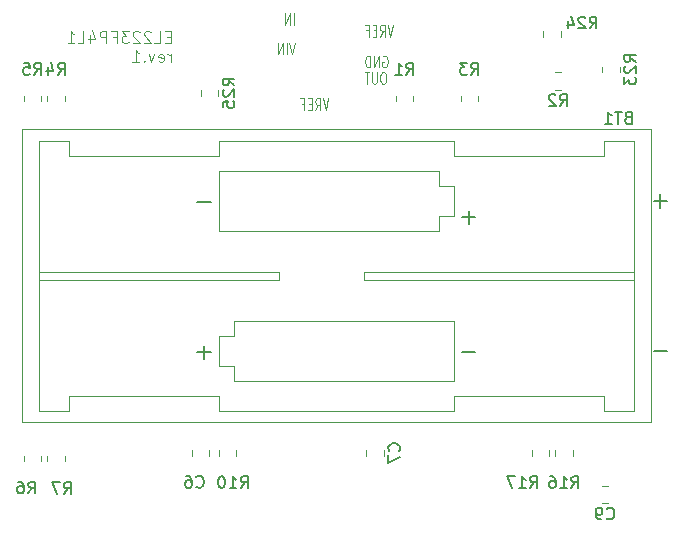
<source format=gbr>
%TF.GenerationSoftware,KiCad,Pcbnew,9.0.0*%
%TF.CreationDate,2025-05-15T12:38:11-07:00*%
%TF.ProjectId,ece223_project,65636532-3233-45f7-9072-6f6a6563742e,rev?*%
%TF.SameCoordinates,Original*%
%TF.FileFunction,Legend,Bot*%
%TF.FilePolarity,Positive*%
%FSLAX46Y46*%
G04 Gerber Fmt 4.6, Leading zero omitted, Abs format (unit mm)*
G04 Created by KiCad (PCBNEW 9.0.0) date 2025-05-15 12:38:11*
%MOMM*%
%LPD*%
G01*
G04 APERTURE LIST*
%ADD10C,0.100000*%
%ADD11C,0.150000*%
%ADD12C,0.120000*%
G04 APERTURE END LIST*
D10*
X56557993Y-32466558D02*
X56324660Y-33466558D01*
X56324660Y-33466558D02*
X56091326Y-32466558D01*
X55457993Y-33466558D02*
X55691326Y-32990367D01*
X55857993Y-33466558D02*
X55857993Y-32466558D01*
X55857993Y-32466558D02*
X55591326Y-32466558D01*
X55591326Y-32466558D02*
X55524660Y-32514177D01*
X55524660Y-32514177D02*
X55491326Y-32561796D01*
X55491326Y-32561796D02*
X55457993Y-32657034D01*
X55457993Y-32657034D02*
X55457993Y-32799891D01*
X55457993Y-32799891D02*
X55491326Y-32895129D01*
X55491326Y-32895129D02*
X55524660Y-32942748D01*
X55524660Y-32942748D02*
X55591326Y-32990367D01*
X55591326Y-32990367D02*
X55857993Y-32990367D01*
X55157993Y-32942748D02*
X54924660Y-32942748D01*
X54824660Y-33466558D02*
X55157993Y-33466558D01*
X55157993Y-33466558D02*
X55157993Y-32466558D01*
X55157993Y-32466558D02*
X54824660Y-32466558D01*
X54291327Y-32942748D02*
X54524660Y-32942748D01*
X54524660Y-33466558D02*
X54524660Y-32466558D01*
X54524660Y-32466558D02*
X54191327Y-32466558D01*
X62035428Y-26233528D02*
X61802095Y-27233528D01*
X61802095Y-27233528D02*
X61568761Y-26233528D01*
X60935428Y-27233528D02*
X61168761Y-26757337D01*
X61335428Y-27233528D02*
X61335428Y-26233528D01*
X61335428Y-26233528D02*
X61068761Y-26233528D01*
X61068761Y-26233528D02*
X61002095Y-26281147D01*
X61002095Y-26281147D02*
X60968761Y-26328766D01*
X60968761Y-26328766D02*
X60935428Y-26424004D01*
X60935428Y-26424004D02*
X60935428Y-26566861D01*
X60935428Y-26566861D02*
X60968761Y-26662099D01*
X60968761Y-26662099D02*
X61002095Y-26709718D01*
X61002095Y-26709718D02*
X61068761Y-26757337D01*
X61068761Y-26757337D02*
X61335428Y-26757337D01*
X60635428Y-26709718D02*
X60402095Y-26709718D01*
X60302095Y-27233528D02*
X60635428Y-27233528D01*
X60635428Y-27233528D02*
X60635428Y-26233528D01*
X60635428Y-26233528D02*
X60302095Y-26233528D01*
X59768762Y-26709718D02*
X60002095Y-26709718D01*
X60002095Y-27233528D02*
X60002095Y-26233528D01*
X60002095Y-26233528D02*
X59668762Y-26233528D01*
X61168761Y-28881147D02*
X61235428Y-28833528D01*
X61235428Y-28833528D02*
X61335428Y-28833528D01*
X61335428Y-28833528D02*
X61435428Y-28881147D01*
X61435428Y-28881147D02*
X61502095Y-28976385D01*
X61502095Y-28976385D02*
X61535428Y-29071623D01*
X61535428Y-29071623D02*
X61568761Y-29262099D01*
X61568761Y-29262099D02*
X61568761Y-29404956D01*
X61568761Y-29404956D02*
X61535428Y-29595432D01*
X61535428Y-29595432D02*
X61502095Y-29690670D01*
X61502095Y-29690670D02*
X61435428Y-29785909D01*
X61435428Y-29785909D02*
X61335428Y-29833528D01*
X61335428Y-29833528D02*
X61268761Y-29833528D01*
X61268761Y-29833528D02*
X61168761Y-29785909D01*
X61168761Y-29785909D02*
X61135428Y-29738289D01*
X61135428Y-29738289D02*
X61135428Y-29404956D01*
X61135428Y-29404956D02*
X61268761Y-29404956D01*
X60835428Y-29833528D02*
X60835428Y-28833528D01*
X60835428Y-28833528D02*
X60435428Y-29833528D01*
X60435428Y-29833528D02*
X60435428Y-28833528D01*
X60102095Y-29833528D02*
X60102095Y-28833528D01*
X60102095Y-28833528D02*
X59935428Y-28833528D01*
X59935428Y-28833528D02*
X59835428Y-28881147D01*
X59835428Y-28881147D02*
X59768762Y-28976385D01*
X59768762Y-28976385D02*
X59735428Y-29071623D01*
X59735428Y-29071623D02*
X59702095Y-29262099D01*
X59702095Y-29262099D02*
X59702095Y-29404956D01*
X59702095Y-29404956D02*
X59735428Y-29595432D01*
X59735428Y-29595432D02*
X59768762Y-29690670D01*
X59768762Y-29690670D02*
X59835428Y-29785909D01*
X59835428Y-29785909D02*
X59935428Y-29833528D01*
X59935428Y-29833528D02*
X60102095Y-29833528D01*
X53725538Y-27733528D02*
X53492205Y-28733528D01*
X53492205Y-28733528D02*
X53258871Y-27733528D01*
X53025538Y-28733528D02*
X53025538Y-27733528D01*
X52692205Y-28733528D02*
X52692205Y-27733528D01*
X52692205Y-27733528D02*
X52292205Y-28733528D01*
X52292205Y-28733528D02*
X52292205Y-27733528D01*
X61268761Y-30233527D02*
X61135427Y-30233527D01*
X61135427Y-30233527D02*
X61068761Y-30281146D01*
X61068761Y-30281146D02*
X61002094Y-30376384D01*
X61002094Y-30376384D02*
X60968761Y-30566860D01*
X60968761Y-30566860D02*
X60968761Y-30900193D01*
X60968761Y-30900193D02*
X61002094Y-31090669D01*
X61002094Y-31090669D02*
X61068761Y-31185908D01*
X61068761Y-31185908D02*
X61135427Y-31233527D01*
X61135427Y-31233527D02*
X61268761Y-31233527D01*
X61268761Y-31233527D02*
X61335427Y-31185908D01*
X61335427Y-31185908D02*
X61402094Y-31090669D01*
X61402094Y-31090669D02*
X61435427Y-30900193D01*
X61435427Y-30900193D02*
X61435427Y-30566860D01*
X61435427Y-30566860D02*
X61402094Y-30376384D01*
X61402094Y-30376384D02*
X61335427Y-30281146D01*
X61335427Y-30281146D02*
X61268761Y-30233527D01*
X60668761Y-30233527D02*
X60668761Y-31043050D01*
X60668761Y-31043050D02*
X60635428Y-31138288D01*
X60635428Y-31138288D02*
X60602094Y-31185908D01*
X60602094Y-31185908D02*
X60535428Y-31233527D01*
X60535428Y-31233527D02*
X60402094Y-31233527D01*
X60402094Y-31233527D02*
X60335428Y-31185908D01*
X60335428Y-31185908D02*
X60302094Y-31138288D01*
X60302094Y-31138288D02*
X60268761Y-31043050D01*
X60268761Y-31043050D02*
X60268761Y-30233527D01*
X60035428Y-30233527D02*
X59635428Y-30233527D01*
X59835428Y-31233527D02*
X59835428Y-30233527D01*
X43196115Y-27238665D02*
X42862782Y-27238665D01*
X42719925Y-27762475D02*
X43196115Y-27762475D01*
X43196115Y-27762475D02*
X43196115Y-26762475D01*
X43196115Y-26762475D02*
X42719925Y-26762475D01*
X41815163Y-27762475D02*
X42291353Y-27762475D01*
X42291353Y-27762475D02*
X42291353Y-26762475D01*
X41529448Y-26857713D02*
X41481829Y-26810094D01*
X41481829Y-26810094D02*
X41386591Y-26762475D01*
X41386591Y-26762475D02*
X41148496Y-26762475D01*
X41148496Y-26762475D02*
X41053258Y-26810094D01*
X41053258Y-26810094D02*
X41005639Y-26857713D01*
X41005639Y-26857713D02*
X40958020Y-26952951D01*
X40958020Y-26952951D02*
X40958020Y-27048189D01*
X40958020Y-27048189D02*
X41005639Y-27191046D01*
X41005639Y-27191046D02*
X41577067Y-27762475D01*
X41577067Y-27762475D02*
X40958020Y-27762475D01*
X40577067Y-26857713D02*
X40529448Y-26810094D01*
X40529448Y-26810094D02*
X40434210Y-26762475D01*
X40434210Y-26762475D02*
X40196115Y-26762475D01*
X40196115Y-26762475D02*
X40100877Y-26810094D01*
X40100877Y-26810094D02*
X40053258Y-26857713D01*
X40053258Y-26857713D02*
X40005639Y-26952951D01*
X40005639Y-26952951D02*
X40005639Y-27048189D01*
X40005639Y-27048189D02*
X40053258Y-27191046D01*
X40053258Y-27191046D02*
X40624686Y-27762475D01*
X40624686Y-27762475D02*
X40005639Y-27762475D01*
X39672305Y-26762475D02*
X39053258Y-26762475D01*
X39053258Y-26762475D02*
X39386591Y-27143427D01*
X39386591Y-27143427D02*
X39243734Y-27143427D01*
X39243734Y-27143427D02*
X39148496Y-27191046D01*
X39148496Y-27191046D02*
X39100877Y-27238665D01*
X39100877Y-27238665D02*
X39053258Y-27333903D01*
X39053258Y-27333903D02*
X39053258Y-27571998D01*
X39053258Y-27571998D02*
X39100877Y-27667236D01*
X39100877Y-27667236D02*
X39148496Y-27714856D01*
X39148496Y-27714856D02*
X39243734Y-27762475D01*
X39243734Y-27762475D02*
X39529448Y-27762475D01*
X39529448Y-27762475D02*
X39624686Y-27714856D01*
X39624686Y-27714856D02*
X39672305Y-27667236D01*
X38291353Y-27238665D02*
X38624686Y-27238665D01*
X38624686Y-27762475D02*
X38624686Y-26762475D01*
X38624686Y-26762475D02*
X38148496Y-26762475D01*
X37767543Y-27762475D02*
X37767543Y-26762475D01*
X37767543Y-26762475D02*
X37386591Y-26762475D01*
X37386591Y-26762475D02*
X37291353Y-26810094D01*
X37291353Y-26810094D02*
X37243734Y-26857713D01*
X37243734Y-26857713D02*
X37196115Y-26952951D01*
X37196115Y-26952951D02*
X37196115Y-27095808D01*
X37196115Y-27095808D02*
X37243734Y-27191046D01*
X37243734Y-27191046D02*
X37291353Y-27238665D01*
X37291353Y-27238665D02*
X37386591Y-27286284D01*
X37386591Y-27286284D02*
X37767543Y-27286284D01*
X36338972Y-27095808D02*
X36338972Y-27762475D01*
X36577067Y-26714856D02*
X36815162Y-27429141D01*
X36815162Y-27429141D02*
X36196115Y-27429141D01*
X35338972Y-27762475D02*
X35815162Y-27762475D01*
X35815162Y-27762475D02*
X35815162Y-26762475D01*
X34481829Y-27762475D02*
X35053257Y-27762475D01*
X34767543Y-27762475D02*
X34767543Y-26762475D01*
X34767543Y-26762475D02*
X34862781Y-26905332D01*
X34862781Y-26905332D02*
X34958019Y-27000570D01*
X34958019Y-27000570D02*
X35053257Y-27048189D01*
X43196115Y-29372419D02*
X43196115Y-28705752D01*
X43196115Y-28896228D02*
X43148496Y-28800990D01*
X43148496Y-28800990D02*
X43100877Y-28753371D01*
X43100877Y-28753371D02*
X43005639Y-28705752D01*
X43005639Y-28705752D02*
X42910401Y-28705752D01*
X42196115Y-29324800D02*
X42291353Y-29372419D01*
X42291353Y-29372419D02*
X42481829Y-29372419D01*
X42481829Y-29372419D02*
X42577067Y-29324800D01*
X42577067Y-29324800D02*
X42624686Y-29229561D01*
X42624686Y-29229561D02*
X42624686Y-28848609D01*
X42624686Y-28848609D02*
X42577067Y-28753371D01*
X42577067Y-28753371D02*
X42481829Y-28705752D01*
X42481829Y-28705752D02*
X42291353Y-28705752D01*
X42291353Y-28705752D02*
X42196115Y-28753371D01*
X42196115Y-28753371D02*
X42148496Y-28848609D01*
X42148496Y-28848609D02*
X42148496Y-28943847D01*
X42148496Y-28943847D02*
X42624686Y-29039085D01*
X41815162Y-28705752D02*
X41577067Y-29372419D01*
X41577067Y-29372419D02*
X41338972Y-28705752D01*
X40958019Y-29277180D02*
X40910400Y-29324800D01*
X40910400Y-29324800D02*
X40958019Y-29372419D01*
X40958019Y-29372419D02*
X41005638Y-29324800D01*
X41005638Y-29324800D02*
X40958019Y-29277180D01*
X40958019Y-29277180D02*
X40958019Y-29372419D01*
X39958020Y-29372419D02*
X40529448Y-29372419D01*
X40243734Y-29372419D02*
X40243734Y-28372419D01*
X40243734Y-28372419D02*
X40338972Y-28515276D01*
X40338972Y-28515276D02*
X40434210Y-28610514D01*
X40434210Y-28610514D02*
X40529448Y-28658133D01*
X53625538Y-26233528D02*
X53625538Y-25233528D01*
X53292205Y-26233528D02*
X53292205Y-25233528D01*
X53292205Y-25233528D02*
X52892205Y-26233528D01*
X52892205Y-26233528D02*
X52892205Y-25233528D01*
D11*
X34166666Y-65954819D02*
X34499999Y-65478628D01*
X34738094Y-65954819D02*
X34738094Y-64954819D01*
X34738094Y-64954819D02*
X34357142Y-64954819D01*
X34357142Y-64954819D02*
X34261904Y-65002438D01*
X34261904Y-65002438D02*
X34214285Y-65050057D01*
X34214285Y-65050057D02*
X34166666Y-65145295D01*
X34166666Y-65145295D02*
X34166666Y-65288152D01*
X34166666Y-65288152D02*
X34214285Y-65383390D01*
X34214285Y-65383390D02*
X34261904Y-65431009D01*
X34261904Y-65431009D02*
X34357142Y-65478628D01*
X34357142Y-65478628D02*
X34738094Y-65478628D01*
X33833332Y-64954819D02*
X33166666Y-64954819D01*
X33166666Y-64954819D02*
X33595237Y-65954819D01*
X76166666Y-33104819D02*
X76499999Y-32628628D01*
X76738094Y-33104819D02*
X76738094Y-32104819D01*
X76738094Y-32104819D02*
X76357142Y-32104819D01*
X76357142Y-32104819D02*
X76261904Y-32152438D01*
X76261904Y-32152438D02*
X76214285Y-32200057D01*
X76214285Y-32200057D02*
X76166666Y-32295295D01*
X76166666Y-32295295D02*
X76166666Y-32438152D01*
X76166666Y-32438152D02*
X76214285Y-32533390D01*
X76214285Y-32533390D02*
X76261904Y-32581009D01*
X76261904Y-32581009D02*
X76357142Y-32628628D01*
X76357142Y-32628628D02*
X76738094Y-32628628D01*
X75785713Y-32200057D02*
X75738094Y-32152438D01*
X75738094Y-32152438D02*
X75642856Y-32104819D01*
X75642856Y-32104819D02*
X75404761Y-32104819D01*
X75404761Y-32104819D02*
X75309523Y-32152438D01*
X75309523Y-32152438D02*
X75261904Y-32200057D01*
X75261904Y-32200057D02*
X75214285Y-32295295D01*
X75214285Y-32295295D02*
X75214285Y-32390533D01*
X75214285Y-32390533D02*
X75261904Y-32533390D01*
X75261904Y-32533390D02*
X75833332Y-33104819D01*
X75833332Y-33104819D02*
X75214285Y-33104819D01*
X68666666Y-30454819D02*
X68999999Y-29978628D01*
X69238094Y-30454819D02*
X69238094Y-29454819D01*
X69238094Y-29454819D02*
X68857142Y-29454819D01*
X68857142Y-29454819D02*
X68761904Y-29502438D01*
X68761904Y-29502438D02*
X68714285Y-29550057D01*
X68714285Y-29550057D02*
X68666666Y-29645295D01*
X68666666Y-29645295D02*
X68666666Y-29788152D01*
X68666666Y-29788152D02*
X68714285Y-29883390D01*
X68714285Y-29883390D02*
X68761904Y-29931009D01*
X68761904Y-29931009D02*
X68857142Y-29978628D01*
X68857142Y-29978628D02*
X69238094Y-29978628D01*
X68333332Y-29454819D02*
X67714285Y-29454819D01*
X67714285Y-29454819D02*
X68047618Y-29835771D01*
X68047618Y-29835771D02*
X67904761Y-29835771D01*
X67904761Y-29835771D02*
X67809523Y-29883390D01*
X67809523Y-29883390D02*
X67761904Y-29931009D01*
X67761904Y-29931009D02*
X67714285Y-30026247D01*
X67714285Y-30026247D02*
X67714285Y-30264342D01*
X67714285Y-30264342D02*
X67761904Y-30359580D01*
X67761904Y-30359580D02*
X67809523Y-30407200D01*
X67809523Y-30407200D02*
X67904761Y-30454819D01*
X67904761Y-30454819D02*
X68190475Y-30454819D01*
X68190475Y-30454819D02*
X68285713Y-30407200D01*
X68285713Y-30407200D02*
X68333332Y-30359580D01*
X63166666Y-30454819D02*
X63499999Y-29978628D01*
X63738094Y-30454819D02*
X63738094Y-29454819D01*
X63738094Y-29454819D02*
X63357142Y-29454819D01*
X63357142Y-29454819D02*
X63261904Y-29502438D01*
X63261904Y-29502438D02*
X63214285Y-29550057D01*
X63214285Y-29550057D02*
X63166666Y-29645295D01*
X63166666Y-29645295D02*
X63166666Y-29788152D01*
X63166666Y-29788152D02*
X63214285Y-29883390D01*
X63214285Y-29883390D02*
X63261904Y-29931009D01*
X63261904Y-29931009D02*
X63357142Y-29978628D01*
X63357142Y-29978628D02*
X63738094Y-29978628D01*
X62214285Y-30454819D02*
X62785713Y-30454819D01*
X62499999Y-30454819D02*
X62499999Y-29454819D01*
X62499999Y-29454819D02*
X62595237Y-29597676D01*
X62595237Y-29597676D02*
X62690475Y-29692914D01*
X62690475Y-29692914D02*
X62785713Y-29740533D01*
X31166666Y-65904819D02*
X31499999Y-65428628D01*
X31738094Y-65904819D02*
X31738094Y-64904819D01*
X31738094Y-64904819D02*
X31357142Y-64904819D01*
X31357142Y-64904819D02*
X31261904Y-64952438D01*
X31261904Y-64952438D02*
X31214285Y-65000057D01*
X31214285Y-65000057D02*
X31166666Y-65095295D01*
X31166666Y-65095295D02*
X31166666Y-65238152D01*
X31166666Y-65238152D02*
X31214285Y-65333390D01*
X31214285Y-65333390D02*
X31261904Y-65381009D01*
X31261904Y-65381009D02*
X31357142Y-65428628D01*
X31357142Y-65428628D02*
X31738094Y-65428628D01*
X30309523Y-64904819D02*
X30499999Y-64904819D01*
X30499999Y-64904819D02*
X30595237Y-64952438D01*
X30595237Y-64952438D02*
X30642856Y-65000057D01*
X30642856Y-65000057D02*
X30738094Y-65142914D01*
X30738094Y-65142914D02*
X30785713Y-65333390D01*
X30785713Y-65333390D02*
X30785713Y-65714342D01*
X30785713Y-65714342D02*
X30738094Y-65809580D01*
X30738094Y-65809580D02*
X30690475Y-65857200D01*
X30690475Y-65857200D02*
X30595237Y-65904819D01*
X30595237Y-65904819D02*
X30404761Y-65904819D01*
X30404761Y-65904819D02*
X30309523Y-65857200D01*
X30309523Y-65857200D02*
X30261904Y-65809580D01*
X30261904Y-65809580D02*
X30214285Y-65714342D01*
X30214285Y-65714342D02*
X30214285Y-65476247D01*
X30214285Y-65476247D02*
X30261904Y-65381009D01*
X30261904Y-65381009D02*
X30309523Y-65333390D01*
X30309523Y-65333390D02*
X30404761Y-65285771D01*
X30404761Y-65285771D02*
X30595237Y-65285771D01*
X30595237Y-65285771D02*
X30690475Y-65333390D01*
X30690475Y-65333390D02*
X30738094Y-65381009D01*
X30738094Y-65381009D02*
X30785713Y-65476247D01*
X62539580Y-62295833D02*
X62587200Y-62248214D01*
X62587200Y-62248214D02*
X62634819Y-62105357D01*
X62634819Y-62105357D02*
X62634819Y-62010119D01*
X62634819Y-62010119D02*
X62587200Y-61867262D01*
X62587200Y-61867262D02*
X62491961Y-61772024D01*
X62491961Y-61772024D02*
X62396723Y-61724405D01*
X62396723Y-61724405D02*
X62206247Y-61676786D01*
X62206247Y-61676786D02*
X62063390Y-61676786D01*
X62063390Y-61676786D02*
X61872914Y-61724405D01*
X61872914Y-61724405D02*
X61777676Y-61772024D01*
X61777676Y-61772024D02*
X61682438Y-61867262D01*
X61682438Y-61867262D02*
X61634819Y-62010119D01*
X61634819Y-62010119D02*
X61634819Y-62105357D01*
X61634819Y-62105357D02*
X61682438Y-62248214D01*
X61682438Y-62248214D02*
X61730057Y-62295833D01*
X61634819Y-62629167D02*
X61634819Y-63295833D01*
X61634819Y-63295833D02*
X62634819Y-62867262D01*
X49142857Y-65454819D02*
X49476190Y-64978628D01*
X49714285Y-65454819D02*
X49714285Y-64454819D01*
X49714285Y-64454819D02*
X49333333Y-64454819D01*
X49333333Y-64454819D02*
X49238095Y-64502438D01*
X49238095Y-64502438D02*
X49190476Y-64550057D01*
X49190476Y-64550057D02*
X49142857Y-64645295D01*
X49142857Y-64645295D02*
X49142857Y-64788152D01*
X49142857Y-64788152D02*
X49190476Y-64883390D01*
X49190476Y-64883390D02*
X49238095Y-64931009D01*
X49238095Y-64931009D02*
X49333333Y-64978628D01*
X49333333Y-64978628D02*
X49714285Y-64978628D01*
X48190476Y-65454819D02*
X48761904Y-65454819D01*
X48476190Y-65454819D02*
X48476190Y-64454819D01*
X48476190Y-64454819D02*
X48571428Y-64597676D01*
X48571428Y-64597676D02*
X48666666Y-64692914D01*
X48666666Y-64692914D02*
X48761904Y-64740533D01*
X47571428Y-64454819D02*
X47476190Y-64454819D01*
X47476190Y-64454819D02*
X47380952Y-64502438D01*
X47380952Y-64502438D02*
X47333333Y-64550057D01*
X47333333Y-64550057D02*
X47285714Y-64645295D01*
X47285714Y-64645295D02*
X47238095Y-64835771D01*
X47238095Y-64835771D02*
X47238095Y-65073866D01*
X47238095Y-65073866D02*
X47285714Y-65264342D01*
X47285714Y-65264342D02*
X47333333Y-65359580D01*
X47333333Y-65359580D02*
X47380952Y-65407200D01*
X47380952Y-65407200D02*
X47476190Y-65454819D01*
X47476190Y-65454819D02*
X47571428Y-65454819D01*
X47571428Y-65454819D02*
X47666666Y-65407200D01*
X47666666Y-65407200D02*
X47714285Y-65359580D01*
X47714285Y-65359580D02*
X47761904Y-65264342D01*
X47761904Y-65264342D02*
X47809523Y-65073866D01*
X47809523Y-65073866D02*
X47809523Y-64835771D01*
X47809523Y-64835771D02*
X47761904Y-64645295D01*
X47761904Y-64645295D02*
X47714285Y-64550057D01*
X47714285Y-64550057D02*
X47666666Y-64502438D01*
X47666666Y-64502438D02*
X47571428Y-64454819D01*
X73642857Y-65454819D02*
X73976190Y-64978628D01*
X74214285Y-65454819D02*
X74214285Y-64454819D01*
X74214285Y-64454819D02*
X73833333Y-64454819D01*
X73833333Y-64454819D02*
X73738095Y-64502438D01*
X73738095Y-64502438D02*
X73690476Y-64550057D01*
X73690476Y-64550057D02*
X73642857Y-64645295D01*
X73642857Y-64645295D02*
X73642857Y-64788152D01*
X73642857Y-64788152D02*
X73690476Y-64883390D01*
X73690476Y-64883390D02*
X73738095Y-64931009D01*
X73738095Y-64931009D02*
X73833333Y-64978628D01*
X73833333Y-64978628D02*
X74214285Y-64978628D01*
X72690476Y-65454819D02*
X73261904Y-65454819D01*
X72976190Y-65454819D02*
X72976190Y-64454819D01*
X72976190Y-64454819D02*
X73071428Y-64597676D01*
X73071428Y-64597676D02*
X73166666Y-64692914D01*
X73166666Y-64692914D02*
X73261904Y-64740533D01*
X72357142Y-64454819D02*
X71690476Y-64454819D01*
X71690476Y-64454819D02*
X72119047Y-65454819D01*
X77142857Y-65454819D02*
X77476190Y-64978628D01*
X77714285Y-65454819D02*
X77714285Y-64454819D01*
X77714285Y-64454819D02*
X77333333Y-64454819D01*
X77333333Y-64454819D02*
X77238095Y-64502438D01*
X77238095Y-64502438D02*
X77190476Y-64550057D01*
X77190476Y-64550057D02*
X77142857Y-64645295D01*
X77142857Y-64645295D02*
X77142857Y-64788152D01*
X77142857Y-64788152D02*
X77190476Y-64883390D01*
X77190476Y-64883390D02*
X77238095Y-64931009D01*
X77238095Y-64931009D02*
X77333333Y-64978628D01*
X77333333Y-64978628D02*
X77714285Y-64978628D01*
X76190476Y-65454819D02*
X76761904Y-65454819D01*
X76476190Y-65454819D02*
X76476190Y-64454819D01*
X76476190Y-64454819D02*
X76571428Y-64597676D01*
X76571428Y-64597676D02*
X76666666Y-64692914D01*
X76666666Y-64692914D02*
X76761904Y-64740533D01*
X75333333Y-64454819D02*
X75523809Y-64454819D01*
X75523809Y-64454819D02*
X75619047Y-64502438D01*
X75619047Y-64502438D02*
X75666666Y-64550057D01*
X75666666Y-64550057D02*
X75761904Y-64692914D01*
X75761904Y-64692914D02*
X75809523Y-64883390D01*
X75809523Y-64883390D02*
X75809523Y-65264342D01*
X75809523Y-65264342D02*
X75761904Y-65359580D01*
X75761904Y-65359580D02*
X75714285Y-65407200D01*
X75714285Y-65407200D02*
X75619047Y-65454819D01*
X75619047Y-65454819D02*
X75428571Y-65454819D01*
X75428571Y-65454819D02*
X75333333Y-65407200D01*
X75333333Y-65407200D02*
X75285714Y-65359580D01*
X75285714Y-65359580D02*
X75238095Y-65264342D01*
X75238095Y-65264342D02*
X75238095Y-65026247D01*
X75238095Y-65026247D02*
X75285714Y-64931009D01*
X75285714Y-64931009D02*
X75333333Y-64883390D01*
X75333333Y-64883390D02*
X75428571Y-64835771D01*
X75428571Y-64835771D02*
X75619047Y-64835771D01*
X75619047Y-64835771D02*
X75714285Y-64883390D01*
X75714285Y-64883390D02*
X75761904Y-64931009D01*
X75761904Y-64931009D02*
X75809523Y-65026247D01*
X78688408Y-26543352D02*
X79021741Y-26067161D01*
X79259836Y-26543352D02*
X79259836Y-25543352D01*
X79259836Y-25543352D02*
X78878884Y-25543352D01*
X78878884Y-25543352D02*
X78783646Y-25590971D01*
X78783646Y-25590971D02*
X78736027Y-25638590D01*
X78736027Y-25638590D02*
X78688408Y-25733828D01*
X78688408Y-25733828D02*
X78688408Y-25876685D01*
X78688408Y-25876685D02*
X78736027Y-25971923D01*
X78736027Y-25971923D02*
X78783646Y-26019542D01*
X78783646Y-26019542D02*
X78878884Y-26067161D01*
X78878884Y-26067161D02*
X79259836Y-26067161D01*
X78307455Y-25638590D02*
X78259836Y-25590971D01*
X78259836Y-25590971D02*
X78164598Y-25543352D01*
X78164598Y-25543352D02*
X77926503Y-25543352D01*
X77926503Y-25543352D02*
X77831265Y-25590971D01*
X77831265Y-25590971D02*
X77783646Y-25638590D01*
X77783646Y-25638590D02*
X77736027Y-25733828D01*
X77736027Y-25733828D02*
X77736027Y-25829066D01*
X77736027Y-25829066D02*
X77783646Y-25971923D01*
X77783646Y-25971923D02*
X78355074Y-26543352D01*
X78355074Y-26543352D02*
X77736027Y-26543352D01*
X76878884Y-25876685D02*
X76878884Y-26543352D01*
X77116979Y-25495733D02*
X77355074Y-26210018D01*
X77355074Y-26210018D02*
X76736027Y-26210018D01*
X31666666Y-30454819D02*
X31999999Y-29978628D01*
X32238094Y-30454819D02*
X32238094Y-29454819D01*
X32238094Y-29454819D02*
X31857142Y-29454819D01*
X31857142Y-29454819D02*
X31761904Y-29502438D01*
X31761904Y-29502438D02*
X31714285Y-29550057D01*
X31714285Y-29550057D02*
X31666666Y-29645295D01*
X31666666Y-29645295D02*
X31666666Y-29788152D01*
X31666666Y-29788152D02*
X31714285Y-29883390D01*
X31714285Y-29883390D02*
X31761904Y-29931009D01*
X31761904Y-29931009D02*
X31857142Y-29978628D01*
X31857142Y-29978628D02*
X32238094Y-29978628D01*
X30761904Y-29454819D02*
X31238094Y-29454819D01*
X31238094Y-29454819D02*
X31285713Y-29931009D01*
X31285713Y-29931009D02*
X31238094Y-29883390D01*
X31238094Y-29883390D02*
X31142856Y-29835771D01*
X31142856Y-29835771D02*
X30904761Y-29835771D01*
X30904761Y-29835771D02*
X30809523Y-29883390D01*
X30809523Y-29883390D02*
X30761904Y-29931009D01*
X30761904Y-29931009D02*
X30714285Y-30026247D01*
X30714285Y-30026247D02*
X30714285Y-30264342D01*
X30714285Y-30264342D02*
X30761904Y-30359580D01*
X30761904Y-30359580D02*
X30809523Y-30407200D01*
X30809523Y-30407200D02*
X30904761Y-30454819D01*
X30904761Y-30454819D02*
X31142856Y-30454819D01*
X31142856Y-30454819D02*
X31238094Y-30407200D01*
X31238094Y-30407200D02*
X31285713Y-30359580D01*
X81925714Y-34081009D02*
X81782857Y-34128628D01*
X81782857Y-34128628D02*
X81735238Y-34176247D01*
X81735238Y-34176247D02*
X81687619Y-34271485D01*
X81687619Y-34271485D02*
X81687619Y-34414342D01*
X81687619Y-34414342D02*
X81735238Y-34509580D01*
X81735238Y-34509580D02*
X81782857Y-34557200D01*
X81782857Y-34557200D02*
X81878095Y-34604819D01*
X81878095Y-34604819D02*
X82259047Y-34604819D01*
X82259047Y-34604819D02*
X82259047Y-33604819D01*
X82259047Y-33604819D02*
X81925714Y-33604819D01*
X81925714Y-33604819D02*
X81830476Y-33652438D01*
X81830476Y-33652438D02*
X81782857Y-33700057D01*
X81782857Y-33700057D02*
X81735238Y-33795295D01*
X81735238Y-33795295D02*
X81735238Y-33890533D01*
X81735238Y-33890533D02*
X81782857Y-33985771D01*
X81782857Y-33985771D02*
X81830476Y-34033390D01*
X81830476Y-34033390D02*
X81925714Y-34081009D01*
X81925714Y-34081009D02*
X82259047Y-34081009D01*
X81401904Y-33604819D02*
X80830476Y-33604819D01*
X81116190Y-34604819D02*
X81116190Y-33604819D01*
X79973333Y-34604819D02*
X80544761Y-34604819D01*
X80259047Y-34604819D02*
X80259047Y-33604819D01*
X80259047Y-33604819D02*
X80354285Y-33747676D01*
X80354285Y-33747676D02*
X80449523Y-33842914D01*
X80449523Y-33842914D02*
X80544761Y-33890533D01*
X85239478Y-41162013D02*
X84096621Y-41162013D01*
X84668049Y-41733441D02*
X84668049Y-40590584D01*
X85239478Y-53862013D02*
X84096621Y-53862013D01*
X46611428Y-53964700D02*
X45468571Y-53964700D01*
X46039999Y-54536128D02*
X46039999Y-53393271D01*
X46611428Y-41264700D02*
X45468571Y-41264700D01*
X69011428Y-42534700D02*
X67868571Y-42534700D01*
X68439999Y-43106128D02*
X68439999Y-41963271D01*
X69011428Y-53964700D02*
X67868571Y-53964700D01*
X48604819Y-31357142D02*
X48128628Y-31023809D01*
X48604819Y-30785714D02*
X47604819Y-30785714D01*
X47604819Y-30785714D02*
X47604819Y-31166666D01*
X47604819Y-31166666D02*
X47652438Y-31261904D01*
X47652438Y-31261904D02*
X47700057Y-31309523D01*
X47700057Y-31309523D02*
X47795295Y-31357142D01*
X47795295Y-31357142D02*
X47938152Y-31357142D01*
X47938152Y-31357142D02*
X48033390Y-31309523D01*
X48033390Y-31309523D02*
X48081009Y-31261904D01*
X48081009Y-31261904D02*
X48128628Y-31166666D01*
X48128628Y-31166666D02*
X48128628Y-30785714D01*
X47700057Y-31738095D02*
X47652438Y-31785714D01*
X47652438Y-31785714D02*
X47604819Y-31880952D01*
X47604819Y-31880952D02*
X47604819Y-32119047D01*
X47604819Y-32119047D02*
X47652438Y-32214285D01*
X47652438Y-32214285D02*
X47700057Y-32261904D01*
X47700057Y-32261904D02*
X47795295Y-32309523D01*
X47795295Y-32309523D02*
X47890533Y-32309523D01*
X47890533Y-32309523D02*
X48033390Y-32261904D01*
X48033390Y-32261904D02*
X48604819Y-31690476D01*
X48604819Y-31690476D02*
X48604819Y-32309523D01*
X47604819Y-33214285D02*
X47604819Y-32738095D01*
X47604819Y-32738095D02*
X48081009Y-32690476D01*
X48081009Y-32690476D02*
X48033390Y-32738095D01*
X48033390Y-32738095D02*
X47985771Y-32833333D01*
X47985771Y-32833333D02*
X47985771Y-33071428D01*
X47985771Y-33071428D02*
X48033390Y-33166666D01*
X48033390Y-33166666D02*
X48081009Y-33214285D01*
X48081009Y-33214285D02*
X48176247Y-33261904D01*
X48176247Y-33261904D02*
X48414342Y-33261904D01*
X48414342Y-33261904D02*
X48509580Y-33214285D01*
X48509580Y-33214285D02*
X48557200Y-33166666D01*
X48557200Y-33166666D02*
X48604819Y-33071428D01*
X48604819Y-33071428D02*
X48604819Y-32833333D01*
X48604819Y-32833333D02*
X48557200Y-32738095D01*
X48557200Y-32738095D02*
X48509580Y-32690476D01*
X80133144Y-68015570D02*
X80180763Y-68063190D01*
X80180763Y-68063190D02*
X80323620Y-68110809D01*
X80323620Y-68110809D02*
X80418858Y-68110809D01*
X80418858Y-68110809D02*
X80561715Y-68063190D01*
X80561715Y-68063190D02*
X80656953Y-67967951D01*
X80656953Y-67967951D02*
X80704572Y-67872713D01*
X80704572Y-67872713D02*
X80752191Y-67682237D01*
X80752191Y-67682237D02*
X80752191Y-67539380D01*
X80752191Y-67539380D02*
X80704572Y-67348904D01*
X80704572Y-67348904D02*
X80656953Y-67253666D01*
X80656953Y-67253666D02*
X80561715Y-67158428D01*
X80561715Y-67158428D02*
X80418858Y-67110809D01*
X80418858Y-67110809D02*
X80323620Y-67110809D01*
X80323620Y-67110809D02*
X80180763Y-67158428D01*
X80180763Y-67158428D02*
X80133144Y-67206047D01*
X79656953Y-68110809D02*
X79466477Y-68110809D01*
X79466477Y-68110809D02*
X79371239Y-68063190D01*
X79371239Y-68063190D02*
X79323620Y-68015570D01*
X79323620Y-68015570D02*
X79228382Y-67872713D01*
X79228382Y-67872713D02*
X79180763Y-67682237D01*
X79180763Y-67682237D02*
X79180763Y-67301285D01*
X79180763Y-67301285D02*
X79228382Y-67206047D01*
X79228382Y-67206047D02*
X79276001Y-67158428D01*
X79276001Y-67158428D02*
X79371239Y-67110809D01*
X79371239Y-67110809D02*
X79561715Y-67110809D01*
X79561715Y-67110809D02*
X79656953Y-67158428D01*
X79656953Y-67158428D02*
X79704572Y-67206047D01*
X79704572Y-67206047D02*
X79752191Y-67301285D01*
X79752191Y-67301285D02*
X79752191Y-67539380D01*
X79752191Y-67539380D02*
X79704572Y-67634618D01*
X79704572Y-67634618D02*
X79656953Y-67682237D01*
X79656953Y-67682237D02*
X79561715Y-67729856D01*
X79561715Y-67729856D02*
X79371239Y-67729856D01*
X79371239Y-67729856D02*
X79276001Y-67682237D01*
X79276001Y-67682237D02*
X79228382Y-67634618D01*
X79228382Y-67634618D02*
X79180763Y-67539380D01*
X33666666Y-30454819D02*
X33999999Y-29978628D01*
X34238094Y-30454819D02*
X34238094Y-29454819D01*
X34238094Y-29454819D02*
X33857142Y-29454819D01*
X33857142Y-29454819D02*
X33761904Y-29502438D01*
X33761904Y-29502438D02*
X33714285Y-29550057D01*
X33714285Y-29550057D02*
X33666666Y-29645295D01*
X33666666Y-29645295D02*
X33666666Y-29788152D01*
X33666666Y-29788152D02*
X33714285Y-29883390D01*
X33714285Y-29883390D02*
X33761904Y-29931009D01*
X33761904Y-29931009D02*
X33857142Y-29978628D01*
X33857142Y-29978628D02*
X34238094Y-29978628D01*
X32809523Y-29788152D02*
X32809523Y-30454819D01*
X33047618Y-29407200D02*
X33285713Y-30121485D01*
X33285713Y-30121485D02*
X32666666Y-30121485D01*
X82604819Y-29357142D02*
X82128628Y-29023809D01*
X82604819Y-28785714D02*
X81604819Y-28785714D01*
X81604819Y-28785714D02*
X81604819Y-29166666D01*
X81604819Y-29166666D02*
X81652438Y-29261904D01*
X81652438Y-29261904D02*
X81700057Y-29309523D01*
X81700057Y-29309523D02*
X81795295Y-29357142D01*
X81795295Y-29357142D02*
X81938152Y-29357142D01*
X81938152Y-29357142D02*
X82033390Y-29309523D01*
X82033390Y-29309523D02*
X82081009Y-29261904D01*
X82081009Y-29261904D02*
X82128628Y-29166666D01*
X82128628Y-29166666D02*
X82128628Y-28785714D01*
X81700057Y-29738095D02*
X81652438Y-29785714D01*
X81652438Y-29785714D02*
X81604819Y-29880952D01*
X81604819Y-29880952D02*
X81604819Y-30119047D01*
X81604819Y-30119047D02*
X81652438Y-30214285D01*
X81652438Y-30214285D02*
X81700057Y-30261904D01*
X81700057Y-30261904D02*
X81795295Y-30309523D01*
X81795295Y-30309523D02*
X81890533Y-30309523D01*
X81890533Y-30309523D02*
X82033390Y-30261904D01*
X82033390Y-30261904D02*
X82604819Y-29690476D01*
X82604819Y-29690476D02*
X82604819Y-30309523D01*
X81604819Y-30642857D02*
X81604819Y-31261904D01*
X81604819Y-31261904D02*
X81985771Y-30928571D01*
X81985771Y-30928571D02*
X81985771Y-31071428D01*
X81985771Y-31071428D02*
X82033390Y-31166666D01*
X82033390Y-31166666D02*
X82081009Y-31214285D01*
X82081009Y-31214285D02*
X82176247Y-31261904D01*
X82176247Y-31261904D02*
X82414342Y-31261904D01*
X82414342Y-31261904D02*
X82509580Y-31214285D01*
X82509580Y-31214285D02*
X82557200Y-31166666D01*
X82557200Y-31166666D02*
X82604819Y-31071428D01*
X82604819Y-31071428D02*
X82604819Y-30785714D01*
X82604819Y-30785714D02*
X82557200Y-30690476D01*
X82557200Y-30690476D02*
X82509580Y-30642857D01*
X45382311Y-65331304D02*
X45429930Y-65378924D01*
X45429930Y-65378924D02*
X45572787Y-65426543D01*
X45572787Y-65426543D02*
X45668025Y-65426543D01*
X45668025Y-65426543D02*
X45810882Y-65378924D01*
X45810882Y-65378924D02*
X45906120Y-65283685D01*
X45906120Y-65283685D02*
X45953739Y-65188447D01*
X45953739Y-65188447D02*
X46001358Y-64997971D01*
X46001358Y-64997971D02*
X46001358Y-64855114D01*
X46001358Y-64855114D02*
X45953739Y-64664638D01*
X45953739Y-64664638D02*
X45906120Y-64569400D01*
X45906120Y-64569400D02*
X45810882Y-64474162D01*
X45810882Y-64474162D02*
X45668025Y-64426543D01*
X45668025Y-64426543D02*
X45572787Y-64426543D01*
X45572787Y-64426543D02*
X45429930Y-64474162D01*
X45429930Y-64474162D02*
X45382311Y-64521781D01*
X44525168Y-64426543D02*
X44715644Y-64426543D01*
X44715644Y-64426543D02*
X44810882Y-64474162D01*
X44810882Y-64474162D02*
X44858501Y-64521781D01*
X44858501Y-64521781D02*
X44953739Y-64664638D01*
X44953739Y-64664638D02*
X45001358Y-64855114D01*
X45001358Y-64855114D02*
X45001358Y-65236066D01*
X45001358Y-65236066D02*
X44953739Y-65331304D01*
X44953739Y-65331304D02*
X44906120Y-65378924D01*
X44906120Y-65378924D02*
X44810882Y-65426543D01*
X44810882Y-65426543D02*
X44620406Y-65426543D01*
X44620406Y-65426543D02*
X44525168Y-65378924D01*
X44525168Y-65378924D02*
X44477549Y-65331304D01*
X44477549Y-65331304D02*
X44429930Y-65236066D01*
X44429930Y-65236066D02*
X44429930Y-64997971D01*
X44429930Y-64997971D02*
X44477549Y-64902733D01*
X44477549Y-64902733D02*
X44525168Y-64855114D01*
X44525168Y-64855114D02*
X44620406Y-64807495D01*
X44620406Y-64807495D02*
X44810882Y-64807495D01*
X44810882Y-64807495D02*
X44906120Y-64855114D01*
X44906120Y-64855114D02*
X44953739Y-64902733D01*
X44953739Y-64902733D02*
X45001358Y-64997971D01*
D12*
%TO.C,R7*%
X32765000Y-62722936D02*
X32765000Y-63177064D01*
X34235000Y-62722936D02*
X34235000Y-63177064D01*
%TO.C,R2*%
X75772936Y-30265000D02*
X76227064Y-30265000D01*
X75772936Y-31735000D02*
X76227064Y-31735000D01*
%TO.C,R3*%
X67765000Y-32727064D02*
X67765000Y-32272936D01*
X69235000Y-32727064D02*
X69235000Y-32272936D01*
%TO.C,R1*%
X62265000Y-32727064D02*
X62265000Y-32272936D01*
X63735000Y-32727064D02*
X63735000Y-32272936D01*
%TO.C,R6*%
X30765000Y-62722936D02*
X30765000Y-63177064D01*
X32235000Y-62722936D02*
X32235000Y-63177064D01*
%TO.C,C7*%
X59765000Y-62723752D02*
X59765000Y-62201248D01*
X61235000Y-62723752D02*
X61235000Y-62201248D01*
%TO.C,R10*%
X47265000Y-62727064D02*
X47265000Y-62272936D01*
X48735000Y-62727064D02*
X48735000Y-62272936D01*
%TO.C,R17*%
X73765000Y-62727064D02*
X73765000Y-62272936D01*
X75235000Y-62727064D02*
X75235000Y-62272936D01*
%TO.C,R16*%
X75765000Y-62727064D02*
X75765000Y-62272936D01*
X77235000Y-62727064D02*
X77235000Y-62272936D01*
%TO.C,R24*%
X74765000Y-26772936D02*
X74765000Y-27227064D01*
X76235000Y-26772936D02*
X76235000Y-27227064D01*
%TO.C,R5*%
X30765000Y-32727064D02*
X30765000Y-32272936D01*
X32235000Y-32727064D02*
X32235000Y-32272936D01*
%TO.C,BT1*%
X30640000Y-35095000D02*
X83840000Y-35095000D01*
X30640000Y-59900000D02*
X30640000Y-35100000D01*
X32070000Y-36070000D02*
X32070000Y-58930000D01*
X32070000Y-36070000D02*
X34610000Y-36070000D01*
X32070000Y-47150000D02*
X52390000Y-47150000D01*
X32070000Y-58930000D02*
X34610000Y-58930000D01*
X34610000Y-36070000D02*
X34610000Y-37340000D01*
X34610000Y-37340000D02*
X47310000Y-37340000D01*
X34610000Y-57660000D02*
X47310000Y-57660000D01*
X34610000Y-58930000D02*
X34610000Y-57660000D01*
X47310000Y-36070000D02*
X67170000Y-36070000D01*
X47310000Y-37340000D02*
X47310000Y-36070000D01*
X47310000Y-38610000D02*
X47310000Y-43690000D01*
X47310000Y-43690000D02*
X65900000Y-43690000D01*
X47310000Y-52580000D02*
X47310000Y-55120000D01*
X47310000Y-55120000D02*
X48580000Y-55120000D01*
X47310000Y-58930000D02*
X47310000Y-57660000D01*
X48580000Y-51310000D02*
X48580000Y-52580000D01*
X48580000Y-52580000D02*
X47310000Y-52580000D01*
X48580000Y-55120000D02*
X48580000Y-56390000D01*
X48580000Y-56390000D02*
X67170000Y-56390000D01*
X52390000Y-47150000D02*
X52390000Y-47850000D01*
X52390000Y-47850000D02*
X32070000Y-47850000D01*
X59550000Y-47150000D02*
X59550000Y-47850000D01*
X59550000Y-47850000D02*
X82410000Y-47850000D01*
X65900000Y-38610000D02*
X47310000Y-38610000D01*
X65900000Y-39880000D02*
X65900000Y-38610000D01*
X65900000Y-42420000D02*
X67170000Y-42420000D01*
X65900000Y-43690000D02*
X65900000Y-42420000D01*
X67170000Y-36070000D02*
X67170000Y-37340000D01*
X67170000Y-39880000D02*
X65900000Y-39880000D01*
X67170000Y-42420000D02*
X67170000Y-39880000D01*
X67170000Y-51310000D02*
X48580000Y-51310000D01*
X67170000Y-56390000D02*
X67170000Y-51310000D01*
X67170000Y-57660000D02*
X67170000Y-58930000D01*
X67170000Y-58930000D02*
X47310000Y-58930000D01*
X79870000Y-36070000D02*
X82410000Y-36070000D01*
X79870000Y-37340000D02*
X67170000Y-37340000D01*
X79870000Y-37340000D02*
X79870000Y-36070000D01*
X79870000Y-57660000D02*
X67170000Y-57660000D01*
X79870000Y-58930000D02*
X79870000Y-57660000D01*
X82410000Y-36070000D02*
X82410000Y-58930000D01*
X82410000Y-47150000D02*
X59550000Y-47150000D01*
X82410000Y-58930000D02*
X79870000Y-58930000D01*
X83840000Y-35100000D02*
X83840000Y-59900000D01*
X83840000Y-59905000D02*
X30640000Y-59905000D01*
%TO.C,R25*%
X45765000Y-32227064D02*
X45765000Y-31772936D01*
X47235000Y-32227064D02*
X47235000Y-31772936D01*
%TO.C,C9*%
X80223752Y-65265000D02*
X79701248Y-65265000D01*
X80223752Y-66735000D02*
X79701248Y-66735000D01*
%TO.C,R4*%
X32765000Y-32727064D02*
X32765000Y-32272936D01*
X34235000Y-32727064D02*
X34235000Y-32272936D01*
%TO.C,R23*%
X79765000Y-30227064D02*
X79765000Y-29772936D01*
X81235000Y-30227064D02*
X81235000Y-29772936D01*
%TO.C,C6*%
X44980645Y-62210472D02*
X44980645Y-62732976D01*
X46450645Y-62210472D02*
X46450645Y-62732976D01*
%TD*%
M02*

</source>
